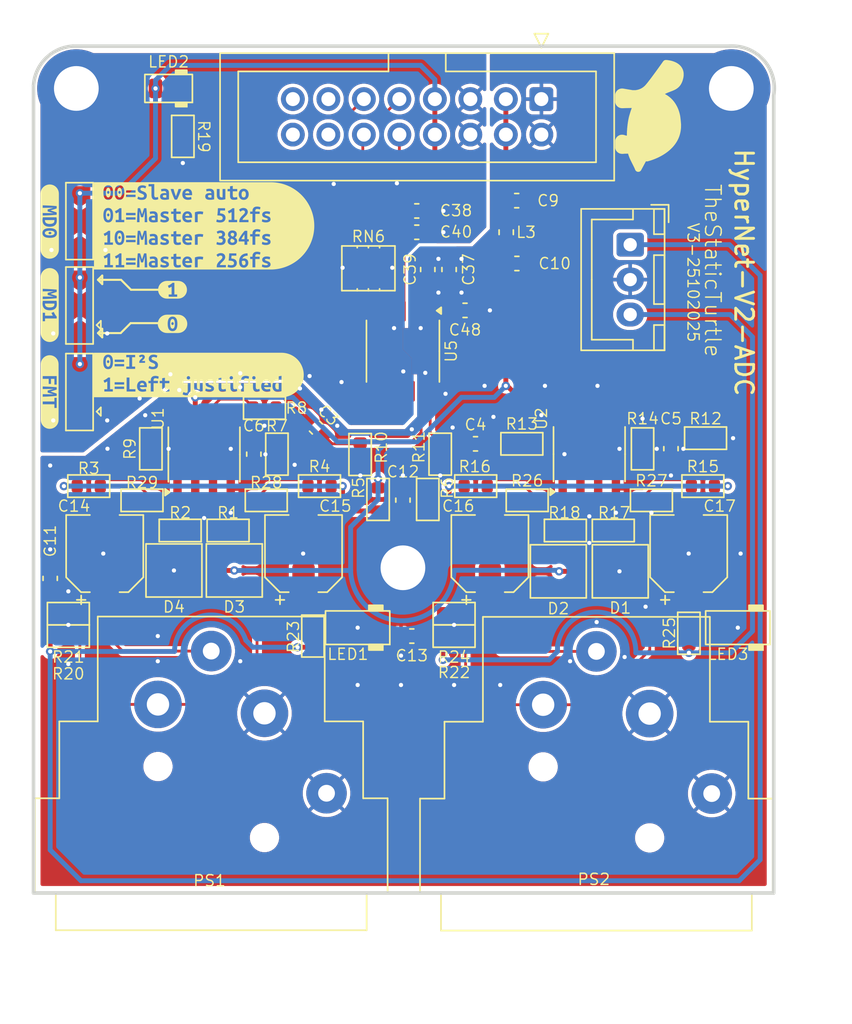
<source format=kicad_pcb>
(kicad_pcb
	(version 20241229)
	(generator "pcbnew")
	(generator_version "9.0")
	(general
		(thickness 1.6)
		(legacy_teardrops no)
	)
	(paper "A4")
	(title_block
		(title "HyperNet-V2-ADC")
		(date "2025-10-25")
		(rev "3")
		(company "TheStaticTurtle")
	)
	(layers
		(0 "F.Cu" signal "TopLayer")
		(2 "B.Cu" signal "BottomLayer")
		(9 "F.Adhes" user "F.Adhesive")
		(11 "B.Adhes" user "B.Adhesive")
		(13 "F.Paste" user "TopPasteMaskLayer")
		(15 "B.Paste" user "BottomPasteMaskLayer")
		(5 "F.SilkS" user "TopSilkLayer")
		(7 "B.SilkS" user "BottomSilkLayer")
		(1 "F.Mask" user "TopSolderMaskLayer")
		(3 "B.Mask" user "BottomSolderMaskLayer")
		(17 "Dwgs.User" user "Document")
		(19 "Cmts.User" user "User.Comments")
		(21 "Eco1.User" user "Multi-Layer")
		(23 "Eco2.User" user "Mechanical")
		(25 "Edge.Cuts" user "BoardOutLine")
		(27 "Margin" user)
		(31 "F.CrtYd" user "F.Courtyard")
		(29 "B.CrtYd" user "B.Courtyard")
		(35 "F.Fab" user "TopAssembly")
		(33 "B.Fab" user "BottomAssembly")
		(39 "User.1" user "DRCError")
		(41 "User.2" user "3DModel")
		(43 "User.3" user "ComponentShapeLayer")
		(45 "User.4" user "LeadShapeLayer")
	)
	(setup
		(pad_to_mask_clearance 0)
		(allow_soldermask_bridges_in_footprints no)
		(tenting front back)
		(aux_axis_origin 120 70)
		(pcbplotparams
			(layerselection 0x00000000_00000000_55555555_5755f5ff)
			(plot_on_all_layers_selection 0x00000000_00000000_00000000_00000000)
			(disableapertmacros no)
			(usegerberextensions no)
			(usegerberattributes yes)
			(usegerberadvancedattributes yes)
			(creategerberjobfile yes)
			(dashed_line_dash_ratio 12.000000)
			(dashed_line_gap_ratio 3.000000)
			(svgprecision 4)
			(plotframeref no)
			(mode 1)
			(useauxorigin no)
			(hpglpennumber 1)
			(hpglpenspeed 20)
			(hpglpendiameter 15.000000)
			(pdf_front_fp_property_popups yes)
			(pdf_back_fp_property_popups yes)
			(pdf_metadata yes)
			(pdf_single_document no)
			(dxfpolygonmode yes)
			(dxfimperialunits yes)
			(dxfusepcbnewfont yes)
			(psnegative no)
			(psa4output no)
			(plot_black_and_white yes)
			(sketchpadsonfab no)
			(plotpadnumbers no)
			(hidednponfab no)
			(sketchdnponfab yes)
			(crossoutdnponfab yes)
			(subtractmaskfromsilk no)
			(outputformat 1)
			(mirror no)
			(drillshape 0)
			(scaleselection 1)
			(outputdirectory "fabrication/")
		)
	)
	(net 0 "")
	(net 1 "+3.3V")
	(net 2 "+5VA")
	(net 3 "GND")
	(net 4 "ADC_SCKI")
	(net 5 "ADC_BCK")
	(net 6 "ADC_LRCK")
	(net 7 "ADC_DATA_12")
	(net 8 "Net-(C3-Pad1)")
	(net 9 "Net-(U5-VINL)")
	(net 10 "Net-(U5-VINR)")
	(net 11 "Net-(C4-Pad1)")
	(net 12 "Net-(C5-Pad2)")
	(net 13 "Net-(U2-+)")
	(net 14 "Net-(U1-+)")
	(net 15 "Net-(C6-Pad2)")
	(net 16 "+2V5_BIAS")
	(net 17 "unconnected-(J3-Pin_14-Pad14)")
	(net 18 "unconnected-(J3-Pin_16-Pad16)")
	(net 19 "I2C_SCL")
	(net 20 "I2C_SDA")
	(net 21 "Net-(JP1-C)")
	(net 22 "Net-(JP2-C)")
	(net 23 "Net-(JP3-C)")
	(net 24 "Net-(LED2-K)")
	(net 25 "Net-(U1--)")
	(net 26 "Net-(R8-Pad1)")
	(net 27 "Net-(R13-Pad1)")
	(net 28 "Net-(U2--)")
	(net 29 "Net-(RN6-R4.1)")
	(net 30 "Net-(RN6-R3.1)")
	(net 31 "Net-(RN6-R2.1)")
	(net 32 "Net-(RN6-R1.1)")
	(net 33 "unconnected-(U1-NC-Pad1)")
	(net 34 "unconnected-(U1-NC-Pad8)")
	(net 35 "unconnected-(U1-NC-Pad5)")
	(net 36 "unconnected-(U2-NC-Pad8)")
	(net 37 "unconnected-(U2-NC-Pad1)")
	(net 38 "unconnected-(U2-NC-Pad5)")
	(net 39 "/ADC_VREF")
	(net 40 "+5VA_RAW")
	(net 41 "+48V_CH1")
	(net 42 "+48V_CH2")
	(net 43 "Net-(D1-A2)")
	(net 44 "Net-(D1-A1)")
	(net 45 "Net-(D3-A1)")
	(net 46 "Net-(D3-A2)")
	(net 47 "Net-(LED3-A)")
	(net 48 "Net-(C14-Pad2)")
	(net 49 "Net-(C14-Pad1)")
	(net 50 "Net-(C15-Pad1)")
	(net 51 "Net-(C15-Pad2)")
	(net 52 "Net-(C16-Pad1)")
	(net 53 "Net-(C16-Pad2)")
	(net 54 "Net-(C17-Pad1)")
	(net 55 "Net-(C17-Pad2)")
	(net 56 "Net-(LED1-A)")
	(footprint "PCM_Resistor_SMD_AKL:R_0603_1608Metric" (layer "F.Cu") (at 161.987999 104.648 180))
	(footprint "MountingHole:MountingHole_3.2mm_M3_DIN965_Pad_TopBottom" (layer "F.Cu") (at 146.939 107.315))
	(footprint "Package_SO:SOIC-8_3.9x4.9mm_P1.27mm" (layer "F.Cu") (at 160.274 99.187 90))
	(footprint "PCM_Resistor_SMD_AKL:R_0603_1608Metric" (layer "F.Cu") (at 164.084 98.806 90))
	(footprint "MountingHole:MountingHole_3.2mm_M3_DIN965_Pad_TopBottom" (layer "F.Cu") (at 170.434 73.025))
	(footprint "Jumper:SolderJumper-3_P2.0mm_Open_TrianglePad1.0x1.5mm" (layer "F.Cu") (at 123.825 88.550999 90))
	(footprint "Capacitor_SMD:C_0603_1608Metric" (layer "F.Cu") (at 147.575 112.2 180))
	(footprint "PCM_Package_TO_SOT_SMD_AKL:SC-59" (layer "F.Cu") (at 162.49 107.569 180))
	(footprint "PCM_Package_TO_SOT_SMD_AKL:SC-59" (layer "F.Cu") (at 134.874 107.507999 180))
	(footprint "Connector_Audio:Jack_XLR_Neutrik_NC3FAAH2_Horizontal" (layer "F.Cu") (at 164.592 117.747 -90))
	(footprint "Inductor_SMD:L_0603_1608Metric" (layer "F.Cu") (at 154.3304 83.312 -90))
	(footprint "Capacitor_SMD:CP_Elec_5x5.7" (layer "F.Cu") (at 139.827 106.299 90))
	(footprint "Connector_JST:JST_XH_B3B-XH-A_1x03_P2.50mm_Vertical" (layer "F.Cu") (at 163.2 84.2 -90))
	(footprint "PCM_Package_TO_SOT_SMD_AKL:SC-59" (layer "F.Cu") (at 130.556 107.507999))
	(footprint "PCM_Resistor_SMD_AKL:R_Array_Concave_4x0603" (layer "F.Cu") (at 144.469 85.891 90))
	(footprint "PCM_LED_SMD_AKL:LED_0805_2012Metric" (layer "F.Cu") (at 130.175 73.025 180))
	(footprint "PCM_Resistor_SMD_AKL:R_0603_1608Metric" (layer "F.Cu") (at 148.717 102.426001 90))
	(footprint "PCM_Resistor_SMD_AKL:R_0603_1608Metric" (layer "F.Cu") (at 140.5 112.2 90))
	(footprint "PCM_Resistor_SMD_AKL:R_0603_1608Metric" (layer "F.Cu") (at 155.448 98.448 180))
	(footprint "PCM_Resistor_SMD_AKL:R_0603_1608Metric" (layer "F.Cu") (at 158.560001 104.648))
	(footprint "kibuzzard-681A8634" (layer "F.Cu") (at 132.715 82.8548))
	(footprint "Capacitor_SMD:CP_Elec_5x5.7" (layer "F.Cu") (at 167.386 106.299 90))
	(footprint "PCM_Package_TO_SOT_SMD_AKL:SC-59" (layer "F.Cu") (at 158.058 107.569))
	(footprint "PCM_Resistor_SMD_AKL:R_0603_1608Metric" (layer "F.Cu") (at 164.719 102.489))
	(footprint "Capacitor_SMD:CP_Elec_5x5.7" (layer "F.Cu") (at 125.603 106.299 90))
	(footprint "Capacitor_SMD:C_0603_1608Metric"
		(layer "F.Cu")
		(uuid "55b59a6a-76a3-4e5f-a744-523585d4f312")
		(at 136.271 99.187 90)
		(descr "Capacitor SMD 0603 (1608 Metric), square (rectangular) end terminal, IPC_7351 nominal, (Body size source: IPC-SM-782 page 76, https://www.pcb-3d.com/wordpress/wp-content/uploads/ipc-sm-782a_amendment_1_and_2.pdf), generated with kicad-footprint-generator")
		(tags "capacitor")
		(property "Reference" "C6"
			(at 2.032 0 0)
			(unlocked yes)
			(layer "F.SilkS")
			(uuid "f57dc7bb-1c23-4638-abfb-0e3f62b443f3")
			(effects
				(font
					(size 0.8 0.8)
					(thickness 0.1)
				)
			)
		)
		(property "Value" "10uF"
			(at 0 1.43 90)
			(layer "F.Fab")
			(hide yes)
			(uuid "19f9781f-95fc-4210-8077-45b1028c60d6")
			(effects
				(font
					(size 1 1)
					(thickness 0.15)
				)
			)
		)
		(property "Datasheet" "~"
			(at 0 0 90)
			(unlocked yes)
			(layer "F.Fab")
			(hide yes)
			(uuid "d9617884-89c5-4b6b-b87f-ce6382b149c8")
			(effects
				(font
					(size 1.27 1.27)
					(thickness 0.15)
				)
			)
		)
		(property "Description" "Unpolarized capacitor, small symbol"
			(at 0 0 90)
			(unlocked yes)
			(layer "F.Fab")
			(hide yes)
			(uuid "677a29cc-cfb5-4eff-b034-0409da36287a")
			(effects
				(font
					(size 1.27 1.27)
					(thickness 0.15)
				)
			)
		)
		(property ki_fp_filters "C_*")
		(path "/6cbe2b22-64b6-4a95-9161-25f2167ca742")
		(sheetname "/")
		(sheetfile "HyperNet-2-ADC.kicad_sch")
		(attr smd)
		(fp_line
			(start -0.14058 -0.51)
			(end 0.14058 -0.51)
			(stroke
				(width 0.12)
				(type solid)
			)
			(layer "F.SilkS")
			(uuid "c06c58d6-8bea-4274-b9fc-9883457d3b10")
		)
		(fp_line
			(start -0.14058 0.51)
			(end 0.14058 0.51)
			(stroke
				(width 0.12)
				(type solid)
			)
			(layer "F.SilkS")
			(uuid "76513753-4fc4-45cb-9306-5ff0c63d93cb")
		)
		(fp_line
			(start 1.48 -0.73)
			(end 1.48 0.73)
			(stroke
				(width 0.05)
				(type solid)
			)
			(layer "F.CrtYd")
			(uuid "051387b2-aed7-42be-8b3e-659de2d7ba5a")
		)
		(fp_line
			(start -1.48 -0.73)
			(end 1.48 -0.73)
			(stroke
				(width 0.05)
				(type solid)
			)
			(layer "F.CrtYd")
			(uuid "1d16ead8-5dc6-4559-b493-3667fc8e1261")
		)
		(fp_line
			(start 1.48 0.73)
			(end -1.48 0.73)
			(stroke
				(width 0.05)
				(type solid)
			)
			(layer "F.CrtYd")
			(uuid "e2a8f850-be28-4ee6-a0b9-94993e84b2fe")
		)
		(fp_line
			(start -1.48 0.73)
			(end -1.48 -0.73)
			(stroke
				(width 0.05)
				(type solid)
			)
			(layer "F.CrtYd")
			(uuid "89072116-ea6c-435a-92ee-600753cc6545")
		)
		(fp_line
			(start 0.8 -0.4)
			(end 0.8 0.4)
			(stroke
				(width 0.1)
				(type solid)
			)
			(layer "F.Fab")
			(uuid "e63b34a9-64eb-46e0-a3f4-40dc0c99da9f")
		)
		(fp_line
			(start -0.8 -0.4)
			(end 0.8 -0.4)
			(stroke
				(width 0.1)
				(type solid)
			)
			(layer "F.Fab")
			(uuid "828d9b54-a8fb-48d7-874a-0cce0d318d41")
		)
		(fp_line
			(start 0.8 0.4)
			(end -0.8 0.4)
			(stroke
				(width 0.1)
				(type solid)
			)
			(layer "F.Fab")
			(uuid "afc6fc45-4572-4bcc-9f07-6da6715cfb41")
		)
		(fp_line
			(start -
... [685373 chars truncated]
</source>
